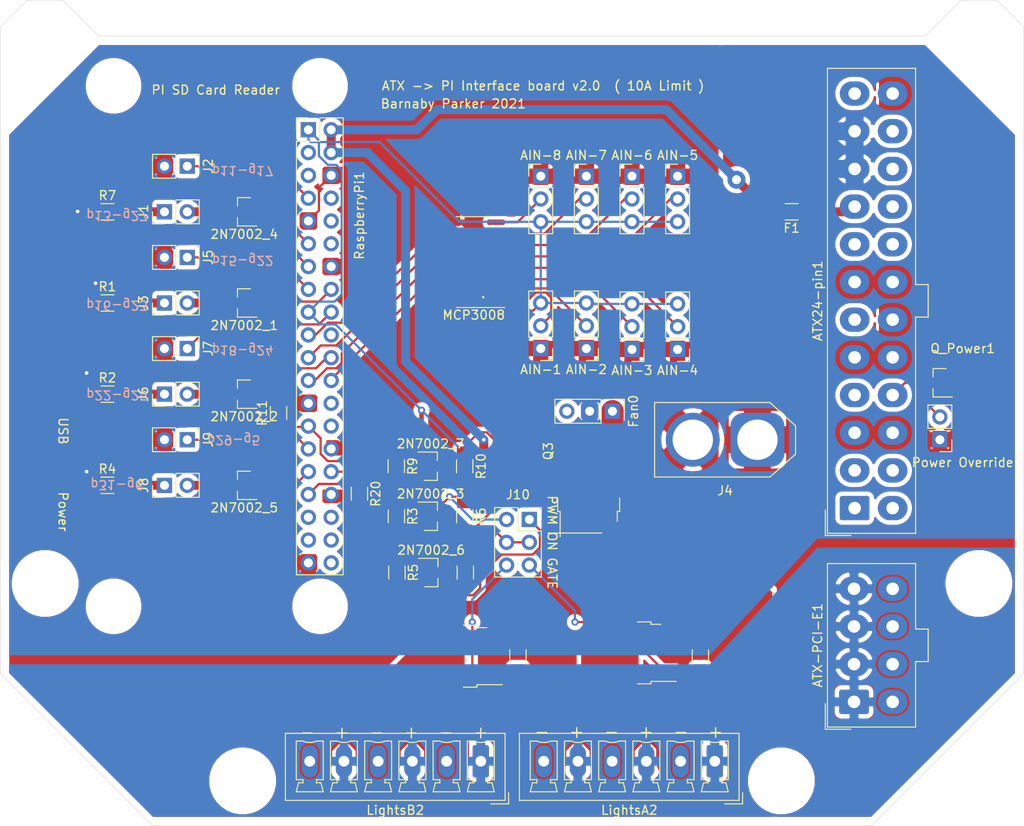
<source format=kicad_pcb>
(kicad_pcb (version 20211014) (generator pcbnew)
  (title_block (title "Raspberry Pi® Zero W - Hat Template") (date "2018-12-28") (rev "1.0.8") (company "StudioPieters®") (comment 1 "https://www.studiopieters.nl"))
  (layers (0 "F.Cu" signal) (31 "B.Cu" signal) (34 "B.Paste" user) (35 "F.Paste" user) (36 "B.SilkS" user "B.Silkscreen") (37 "F.SilkS" user "F.Silkscreen") (38 "B.Mask" user) (39 "F.Mask" user) (44 "Edge.Cuts" user))
  (net 0 "")
  (net 1 "Net-(2N7002_1-Pad3)")
  (net 2 "Net-(2N7002_2-Pad3)")
  (net 3 "Net-(2N7002_3-Pad3)")
  (net 4 "Net-(AIN-1-Pad2)")
  (net 5 "Net-(AIN-2-Pad2)")
  (net 6 "Net-(AIN-3-Pad2)")
  (net 7 "Net-(AIN-4-Pad2)")
  (net 8 "Net-(AIN-5-Pad2)")
  (net 9 "Net-(AIN-6-Pad2)")
  (net 10 "Net-(AIN-7-Pad2)")
  (net 11 "Net-(AIN-8-Pad2)")
  (net 12 "Net-(Fan0-Pad3)")
  (net 13 "Net-(Fan0-Pad1)")
  (net 14 "Net-(2N7002_4-Pad3)")
  (net 15 "Net-(2N7002_5-Pad3)")
  (net 16 "Net-(2N7002_6-Pad3)")
  (net 17 "GND")
  (net 18 "Net-(ATX24-pin1-Pad23)")
  (net 19 "Net-(ATX24-pin1-Pad22)")
  (net 20 "Net-(ATX24-pin1-Pad21)")
  (net 21 "Net-(ATX24-pin1-Pad20)")
  (net 22 "Net-(ATX24-pin1-Pad14)")
  (net 23 "Net-(ATX24-pin1-Pad13)")
  (net 24 "Net-(ATX24-pin1-Pad12)")
  (net 25 "Net-(ATX24-pin1-Pad8)")
  (net 26 "Net-(ATX24-pin1-Pad6)")
  (net 27 "Net-(ATX24-pin1-Pad4)")
  (net 28 "Net-(ATX24-pin1-Pad2)")
  (net 29 "Net-(ATX24-pin1-Pad1)")
  (net 30 "Net-(RaspberryPi1-Pad3)")
  (net 31 "Net-(RaspberryPi1-Pad5)")
  (net 32 "Net-(RaspberryPi1-Pad8)")
  (net 33 "Net-(RaspberryPi1-Pad10)")
  (net 34 "Net-(RaspberryPi1-Pad12)")
  (net 35 "Net-(RaspberryPi1-Pad26)")
  (net 36 "Net-(RaspberryPi1-Pad28)")
  (net 37 "Net-(RaspberryPi1-Pad35)")
  (net 38 "Net-(RaspberryPi1-Pad36)")
  (net 39 "Net-(RaspberryPi1-Pad38)")
  (net 40 "Net-(RaspberryPi1-Pad40)")
  (net 41 "M_GND")
  (net 42 "csi2")
  (net 43 "csi3")
  (net 44 "PWM0")
  (net 45 "3.3v")
  (net 46 "csi1")
  (net 47 "csi4")
  (net 48 "PWM1")
  (net 49 "12v")
  (net 50 "PSUSW")
  (net 51 "5v_SB")
  (net 52 "Net-(J1-Pad1)")
  (net 53 "cs1")
  (net 54 "Net-(J3-Pad1)")
  (net 55 "cs2")
  (net 56 "Net-(J6-Pad1)")
  (net 57 "cs3")
  (net 58 "Net-(J8-Pad1)")
  (net 59 "cs4")
  (net 60 "SCLK0")
  (net 61 "MISO")
  (net 62 "MOSI")
  (net 63 "CEO1")
  (net 64 "PSU_CTL")
  (net 65 "Net-(RaspberryPi1-Pad37)")
  (net 66 "Net-(LightsA2-Pad2)")
  (net 67 "Net-(LightsB2-Pad2)")
  (net 68 "Net-(2N7002_7-Pad3)")
  (net 69 "fan_cont")
  (net 70 "Net-(ATX24-pin1-Pad9)")
  (net 71 "12V+")
  (net 72 "Net-(RaspberryPi1-Pad20)")
  (net 73 "Net-(J10-Pad5)")
  (net 74 "Net-(J10-Pad6)")
  (footprint "RPi_Hat:RPi_Hat_Mounting_Hole" (layer "F.Cu") (at 148 50 180)
    (fp_text reference "" hide)
    (fp_text value "" hide)
  )
  (footprint "RPi_Hat:RPi_Hat_Mounting_Hole" (layer "F.Cu") (at 230 132)
    (fp_text reference "" hide)
    (fp_text value "" hide)
  )
  (footprint "RPi_Hat:RPi_Hat_Mounting_Hole" (layer "F.Cu") (at 155.62 112.54)
    (fp_text reference "" hide)
    (fp_text value "" hide)
  )
  (footprint "Package_TO_SOT_SMD:SOT-23" (layer "F.Cu") (at 170.18 78.74 180)
    (fp_text reference "2N7002_1")
    (fp_text value "2N7002H")
  )
  (footprint "Package_TO_SOT_SMD:SOT-23" (layer "F.Cu") (at 170.18 88.9 180)
    (fp_text reference "2N7002_2")
    (fp_text value "2N7002H")
  )
  (footprint "Package_TO_SOT_SMD:SOT-23" (layer "F.Cu") (at 190.93 102.51)
    (fp_text reference "2N7002_3")
    (fp_text value "2N7002H")
  )
  (footprint "Package_TO_SOT_SMD:SOT-23" (layer "F.Cu") (at 170.18 68.58 180)
    (fp_text reference "2N7002_4")
    (fp_text value "2N7002H")
  )
  (footprint "Package_TO_SOT_SMD:SOT-23" (layer "F.Cu") (at 170.18 99.06 180)
    (fp_text reference "2N7002_5")
    (fp_text value "2N7002H")
  )
  (footprint "Package_TO_SOT_SMD:SOT-23" (layer "F.Cu") (at 190.99 108.78)
    (fp_text reference "2N7002_6")
    (fp_text value "2N7002H")
  )
  (footprint "Connector_PinHeader_2.54mm:PinHeader_1x03_P2.54mm_Vertical" (layer "F.Cu") (at 203.2 83.82 180)
    (fp_text reference "AIN-1")
    (fp_text value "Conn_01x03_Male")
  )
  (footprint "Connector_PinHeader_2.54mm:PinHeader_1x03_P2.54mm_Vertical" (layer "F.Cu") (at 208.28 83.82 180)
    (fp_text reference "AIN-2")
    (fp_text value "Conn_01x03_Male")
  )
  (footprint "Connector_PinHeader_2.54mm:PinHeader_1x03_P2.54mm_Vertical" (layer "F.Cu") (at 213.36 83.92 180)
    (fp_text reference "AIN-3")
    (fp_text value "Conn_01x03_Male")
  )
  (footprint "Connector_PinHeader_2.54mm:PinHeader_1x03_P2.54mm_Vertical" (layer "F.Cu") (at 218.44 83.92 180)
    (fp_text reference "AIN-4")
    (fp_text value "Conn_01x03_Male")
  )
  (footprint "Connector_PinHeader_2.54mm:PinHeader_1x03_P2.54mm_Vertical" (layer "F.Cu") (at 218.44 64.61)
    (fp_text reference "AIN-5")
    (fp_text value "Conn_01x03_Male")
  )
  (footprint "Connector_PinHeader_2.54mm:PinHeader_1x03_P2.54mm_Vertical" (layer "F.Cu") (at 213.36 64.61)
    (fp_text reference "AIN-6")
    (fp_text value "Conn_01x03_Male")
  )
  (footprint "Connector_PinHeader_2.54mm:PinHeader_1x03_P2.54mm_Vertical" (layer "F.Cu") (at 208.28 64.61)
    (fp_text reference "AIN-7")
    (fp_text value "Conn_01x03_Male")
  )
  (footprint "Connector_PinHeader_2.54mm:PinHeader_1x03_P2.54mm_Vertical" (layer "F.Cu") (at 203.2 64.61)
    (fp_text reference "AIN-8")
    (fp_text value "Conn_01x03_Male")
  )
  (footprint "Barney's Footprints:Molex_PCI_E_8Pin" (layer "F.Cu") (at 237.49 123.19 90)
    (fp_text reference "ATX-PCI-E1")
    (fp_text value "ATX PCI-E Power")
  )
  (footprint "Barney's Footprints:ATX_24pin" (layer "F.Cu") (at 237.49 101.6 90)
    (fp_text reference "ATX24-pin1")
    (fp_text value "Conn_02x12_Top_Bottom")
  )
  (footprint "Connector_PinHeader_2.54mm:PinHeader_1x03_P2.54mm_Vertical" (layer "F.Cu") (at 211.19 90.8 -90)
    (fp_text reference "Fan0")
    (fp_text value "Conn_01x03_Male")
  )
  (footprint "Connector_PinHeader_2.54mm:PinHeader_1x02_P2.54mm_Vertical" (layer "F.Cu") (at 161.29 68.58 90)
    (fp_text reference "J1")
    (fp_text value "Conn_01x02_Male")
  )
  (footprint "Connector_PinHeader_2.54mm:PinHeader_1x02_P2.54mm_Vertical" (layer "F.Cu") (at 163.83 63.5 -90)
    (fp_text reference "J2")
    (fp_text value "Conn_01x02_Male")
  )
  (footprint "Connector_PinHeader_2.54mm:PinHeader_1x02_P2.54mm_Vertical" (layer "F.Cu") (at 161.29 78.74 90)
    (fp_text reference "J3")
    (fp_text value "Conn_01x02_Male")
  )
  (footprint "Connector_AMASS:AMASS_XT60-M_1x02_P7.20mm_Vertical" (layer "F.Cu") (at 227.33 93.98 180)
    (fp_text reference "J4")
    (fp_text value "Conn_01x02")
  )
  (footprint "Connector_PinHeader_2.54mm:PinHeader_1x02_P2.54mm_Vertical" (layer "F.Cu") (at 163.83 73.66 -90)
    (fp_text reference "J5")
    (fp_text value "Conn_01x02_Male")
  )
  (footprint "Connector_PinHeader_2.54mm:PinHeader_1x02_P2.54mm_Vertical" (layer "F.Cu") (at 161.29 88.9 90)
    (fp_text reference "J6")
    (fp_text value "Conn_01x02_Male")
  )
  (footprint "Connector_PinHeader_2.54mm:PinHeader_1x02_P2.54mm_Vertical" (layer "F.Cu") (at 163.83 83.82 -90)
    (fp_text reference "J7")
    (fp_text value "Conn_01x02_Male")
  )
  (footprint "Connector_PinHeader_2.54mm:PinHeader_1x02_P2.54mm_Vertical" (layer "F.Cu") (at 161.29 99.06 90)
    (fp_text reference "J8")
    (fp_text value "Conn_01x02_Male")
  )
  (footprint "Connector_PinHeader_2.54mm:PinHeader_1x02_P2.54mm_Vertical" (layer "F.Cu") (at 163.83 93.98 -90)
    (fp_text reference "J9")
    (fp_text value "Conn_01x02_Male")
  )
  (footprint "Package_SO:SOIC-16_3.9x9.9mm_P1.27mm" (layer "F.Cu") (at 195.74 74.184 180)
    (fp_text reference "MCP3008")
    (fp_text value "MCP3008")
  )
  (footprint "Package_TO_SOT_SMD:TO-252-2" (layer "F.Cu") (at 213 117.73 180)
    (fp_text reference "Q1" hide)
    (fp_text value "QM6006D")
  )
  (footprint "Package_TO_SOT_SMD:TO-252-2" (layer "F.Cu") (at 193.62 118.1 180)
    (fp_text reference "Q2" hide)
    (fp_text value "QM6006D")
  )
  (footprint "Package_TO_SOT_SMD:SOT-23" (layer "F.Cu") (at 247.65 87.63 180)
    (fp_text reference "Q_Power1")
    (fp_text value "2N7002H")
  )
  (footprint "Resistor_SMD:R_1206_3216Metric_Pad1.30x1.75mm_HandSolder" (layer "F.Cu") (at 154.94 78.74)
    (fp_text reference "R1")
    (fp_text value "100R")
  )
  (footprint "Resistor_SMD:R_1206_3216Metric_Pad1.30x1.75mm_HandSolder" (layer "F.Cu") (at 154.94 88.9)
    (fp_text reference "R2")
    (fp_text value "100R")
  )
  (footprint "Resistor_SMD:R_1206_3216Metric_Pad1.30x1.75mm_HandSolder" (layer "F.Cu") (at 187.12 102.51 -90)
    (fp_text reference "R3")
    (fp_text value "10K")
  )
  (footprint "Resistor_SMD:R_1206_3216Metric_Pad1.30x1.75mm_HandSolder" (layer "F.Cu") (at 154.94 99.06)
    (fp_text reference "R4")
    (fp_text value "100R")
  )
  (footprint "Resistor_SMD:R_1206_3216Metric_Pad1.30x1.75mm_HandSolder" (layer "F.Cu") (at 187.18 108.78 -90)
    (fp_text reference "R5")
    (fp_text value "10K")
  )
  (footprint "Resistor_SMD:R_1206_3216Metric_Pad1.30x1.75mm_HandSolder" (layer "F.Cu") (at 194.74 102.51 -90)
    (fp_text reference "R6")
    (fp_text value "10K")
  )
  (footprint "Resistor_SMD:R_1206_3216Metric_Pad1.30x1.75mm_HandSolder" (layer "F.Cu") (at 154.94 68.58)
    (fp_text reference "R7")
    (fp_text value "100R")
  )
  (footprint "Resistor_SMD:R_1206_3216Metric_Pad1.30x1.75mm_HandSolder" (layer "F.Cu") (at 194.8 108.78 -90)
    (fp_text reference "R8" hide)
    (fp_text value "10K")
  )
  (footprint "Connector_Phoenix_MC:PhoenixContact_MCV_1,5_6-G-3.81_1x06_P3.81mm_Vertical" (layer "F.Cu") (at 222.58 129.81 180)
    (fp_text reference "LightsA2")
    (fp_text value "Screw_Terminal_01x06")
  )
  (footprint "Connector_Phoenix_MC:PhoenixContact_MCV_1,5_6-G-3.81_1x06_P3.81mm_Vertical" (layer "F.Cu") (at 196.52 129.81 180)
    (fp_text reference "LightsB2")
    (fp_text value "Screw_Terminal_01x06")
  )
  (footprint "Package_TO_SOT_SMD:SOT-23" (layer "F.Cu") (at 190.92 96.93)
    (fp_text reference "2N7002_7")
    (fp_text value "2N7002H")
  )
  (footprint "Package_TO_SOT_SMD:TO-252-2" (layer "F.Cu") (at 208.54 99.5 90)
    (fp_text reference "Q3")
    (fp_text value "QM6006D")
  )
  (footprint "Resistor_SMD:R_1206_3216Metric_Pad1.30x1.75mm_HandSolder" (layer "F.Cu") (at 187.11 96.93 -90)
    (fp_text reference "R9")
    (fp_text value "10K")
  )
  (footprint "Resistor_SMD:R_1206_3216Metric_Pad1.30x1.75mm_HandSolder" (layer "F.Cu") (at 194.73 96.93 -90)
    (fp_text reference "R10")
    (fp_text value "10K")
  )
  (footprint "Resistor_SMD:R_1206_3216Metric_Pad1.30x1.75mm_HandSolder" (layer "F.Cu") (at 231.14 68.58 180)
    (fp_text reference "F1")
    (fp_text value "Polyfuse")
  )
  (footprint "RPi_Hat:RPi_Hat_Mounting_Hole" (layer "F.Cu") (at 178.62 112.54 -90)
    (fp_text reference "" hide)
    (fp_text value "" hide)
  )
  (footprint "Connector_PinHeader_2.54mm:PinHeader_2x20_P2.54mm_Vertical" (layer "F.Cu") (at 177.32 59.44)
    (fp_text reference "RaspberryPi1")
    (fp_text value "Raspberry_Pi_2_3")
  )
  (footprint "RPi_Hat:RPi_Hat_Mounting_Hole" (layer "F.Cu") (at 155.62 54.54 -90)
    (fp_text reference "" hide)
    (fp_text value "" hide)
  )
  (footprint "RPi_Hat:RPi_Hat_Mounting_Hole" (layer "F.Cu") (at 178.62 54.54 -90)
    (fp_text reference "" hide)
    (fp_text value "" hide)
  )
  (footprint "RPi_Hat:RPi_Hat_Mounting_Hole" (layer "F.Cu") (at 148 110 -90)
    (fp_text reference "" hide)
    (fp_text value "" hide)
  )
  (footprint "Resistor_SMD:R_1206_3216Metric_Pad1.30x1.75mm_HandSolder" (layer "F.Cu") (at 174 91 90)
    (fp_text reference "R11")
    (fp_text value "10K")
  )
  (footprint "Resistor_SMD:R_1206_3216Metric_Pad1.30x1.75mm_HandSolder" (layer "F.Cu") (at 183 100 -90)
    (fp_text reference "R20")
    (fp_text value "10K")
  )
  (footprint "Resistor_SMD:R_1206_3216Metric_Pad1.30x1.75mm_HandSolder" (layer "F.Cu") (at 220.98 118.11 -90)
    (fp_text reference "R12" hide)
    (fp_text value "1M")
  )
  (footprint "Resistor_SMD:R_1206_3216Metric_Pad1.30x1.75mm_HandSolder" (layer "F.Cu") (at 200.66 118.11 -90)
    (fp_text reference "R13" hide)
    (fp_text value "1M")
  )
  (footprint "Connector_PinSocket_2.54mm:PinSocket_2x03_P2.54mm_Vertical" (layer "F.Cu") (at 201.93 102.87)
    (fp_text reference "J10")
    (fp_text value "Conn_01x06")
  )
  (footprint "Connector_PinHeader_2.54mm:PinHeader_1x02_P2.54mm_Vertical" (layer "F.Cu") (at 247.65 93.98 180)
    (fp_text reference "Power Override")
    (fp_text value "Conn_01x02_Male")
  )
  (footprint "RPi_Hat:RPi_Hat_Mounting_Hole" (layer "F.Cu") (at 170 132)
    (fp_text reference "" hide)
    (fp_text value "" hide)
  )
  (footprint "RPi_Hat:RPi_Hat_Mounting_Hole" (layer "F.Cu") (at 252 110)
    (fp_text reference "" hide)
    (fp_text value "" hide)
  )
  (footprint "RPi_Hat:RPi_Hat_Mounting_Hole" (layer "F.Cu") (at 252 50)
    (fp_text reference "" hide)
    (fp_text value "" hide)
  )
  (gr_line (start 210 104.38) (end 204 104.38) (layer "F.SilkS") (width 0.12))
  (gr_line (start 240 137) (end 257 120) (layer "Edge.Cuts") (width 0.05))
  (gr_line (start 257 48) (end 254 45) (layer "Edge.Cuts") (width 0.05))
  (gr_line (start 143 120) (end 160 137) (layer "Edge.Cuts") (width 0.05))
  (gr_line (start 143 48) (end 143 120) (layer "Edge.Cuts") (width 0.05))
  (gr_line (start 254 45) (end 250 45) (layer "Edge.Cuts") (width 0.05))
  (gr_line (start 146 45) (end 143 48) (layer "Edge.Cuts") (width 0.05))
  (gr_line (start 160 137) (end 240 137) (layer "Edge.Cuts") (width 0.05))
  (gr_line (start 257 120) (end 257 48) (layer "Edge.Cuts") (width 0.05))
  (gr_line (start 150 45) (end 146 45) (layer "Edge.Cuts") (width 0.05))
  (gr_line (start 154 49) (end 150 45) (layer "Edge.Cuts") (width 0.05))
  (gr_line (start 246 49) (end 154 49) (layer "Edge.Cuts") (width 0.05))
  (gr_line (start 250 45) (end 250 45) (layer "Edge.Cuts") (width 0.05))
  (gr_line (start 250 45) (end 246 49) (layer "Edge.Cuts") (width 0.05))
  (gr_text "p16-g23" (at 156 79 180) (layer "B.SilkS") (effects (font (size 1 1)) (justify mirror)))
  (gr_text "p15-g22" (at 170 74 180) (layer "B.SilkS") (effects (font (size 1 1)) (justify mirror)))
  (gr_text "p29-g5" (at 169 94 180) (layer "B.SilkS") (effects (font (size 1 1)) (justify mirror)))
  (gr_text "p18-g24" (at 170 84 180) (layer "B.SilkS") (effects (font (size 1 1)) (justify mirror)))
  (gr_text "p13-g27" (at 156 69 180) (layer "B.SilkS") (effects (font (size 1 1)) (justify mirror)))
  (gr_text "p11-g17" (at 170 64 180) (layer "B.SilkS") (effects (font (size 1 1)) (justify mirror)))
  (gr_text "p31-g6" (at 156 99 180) (layer "B.SilkS") (effects (font (size 1 1)) (justify mirror)))
  (gr_text "p22-g25" (at 156 89 180) (layer "B.SilkS") (effects (font (size 1 1)) (justify mirror)))
  (gr_text "-  +  -  +  -  +  " (at 214.07628 126.50216) (layer "F.SilkS") (effects (font (size 1.4 1.4))))
  (gr_text "Power" (at 150 102 270) (layer "F.SilkS") (effects (font (size 1 1))))
  (gr_text "-  +  -  +  -  +  " (at 187.92444 126.55296) (layer "F.SilkS") (effects (font (size 1.4 1.4))))
  (gr_text "ATX -> PI Interface board v2.0  ( 10A Limit )" (at 203.46 54.54) (layer "F.SilkS") (effects (font (size 1 1))))
  (gr_text "." (at 196.79412 77.68844) (layer "F.SilkS") (effects (font (size 1 1))))
  (gr_text "Barnaby Parker 2021" (at 193.46 56.54) (layer "F.SilkS") (effects (font (size 1 1))))
  (gr_text "PWM ON GATE" (at 204.47 105.41 270) (layer "F.SilkS") (effects (font (size 1 1))))
  (gr_text "PI SD Card Reader" (at 167 55) (layer "F.SilkS") (effects (font (size 1 1))))
  (gr_text "USB" (at 150 93 270) (layer "F.SilkS") (effects (font (size 1 1))))
  (segment (start 163.83 78.74) (end 169.18 78.74) (width 1) (layer "F.Cu") (net 1))
  (segment (start 163.83 88.9) (end 169.18 88.9) (width 1) (layer "F.Cu") (net 2))
  (segment (start 193.04 100.329982) (end 194.109982 100.329982) (width 0.25) (layer "F.Cu") (net 3))
  (segment (start 194.109982 100.329982) (end 194.74 100.96) (width 0.25) (layer "F.Cu") (net 3))
  (segment (start 191.93 102.51) (end 191.93 101.439982) (width 0.25) (layer "F.Cu") (net 3))
  (segment (start 191.93 101.439982) (end 193.04 100.329982) (width 0.25) (layer "F.Cu") (net 3))
  (via (at 193.04 100.329982) (size 0.8) (drill 0.4) (layers "F.Cu" "B.Cu") (net 3))
  (segment (start 199.39 102.87) (end 195.580018 102.87) (width 0.25) (layer "B.Cu") (net 3))
  (segment (start 195.580018 102.87) (end 193.04 100.329982) (width 0.25) (layer "B.Cu") (net 3))
  (segment (start 203.764001 77.564999) (end 204.375001 78.175999) (width 0.25) (layer "F.Cu") (net 4))
  (segment (start 198.215 78.629) (end 201.571998 78.629) (width 0.25) (layer "F.Cu") (net 4))
  (segment (start 204.375001 78.175999) (end 204.375001 80.104999) (width 0.25) (layer "F.Cu") (net 4))
  (segment (start 204.375001 80.104999) (end 203.2 81.28) (width 0.25) (layer "F.Cu") (net 4))
  (segment (start 201.571998 78.629) (end 202.635999 77.564999) (width 0.25) (layer "F.Cu") (net 4))
  (segment (start 202.635999 77.564999) (end 203.764001 77.564999) (width 0.25) (layer "F.Cu") (net 4))
  (segment (start 198.215 77.359) (end 202.041 77.359) (width 0.25) (layer "F.Cu") (net 5))
  (segment (start 202.285011 77.114989) (end 204.114989 77.114989) (width 0.25) (layer "F.Cu") (net 5))
  (segment (start 204.114989 77.114989) (end 208.28 81.28) (width 0.25) (layer "F.Cu") (net 5))
  (segment (start 202.041 77.359) (end 202.285011 77.114989) (width 0.25) (layer "F.Cu") (net 5))
  (segment (start 198.215 76.089) (end 208.069 76.089) (width 0.25) (layer "F.Cu") (net 6))
  (segment (start 208.069 76.089) (end 213.36 81.38) (width 0.25) (layer "F.Cu") (net 6))
  (segment (start 198.215 74.819) (end 211.879 74.819) (width 0.25) (layer "F.Cu") (net 7))
  (segment (start 211.879 74.819) (end 218.44 81.38) (width 0.25) (layer "F.Cu") (net 7))
  (segment (start 217.639002 67.15) (end 218.44 67.15) (width 0.25) (layer "F.Cu") (net 8))
  (segment (start 198.215 73.549) (end 211.240002 73.549) (width 0.25) (layer "F.Cu") (net 8))
  (segment (start 211.240002 73.549) (end 217.639002 67.15) (width 0.25) (layer "F.Cu") (net 8))
  (segment (start 198.215 72.279) (end 207.430002 72.279) (width 0.25) (layer "F.Cu") (net 9))
  (segment (start 212.559002 67.15) (end 213.36 67.15) (width 0.25) (layer "F.Cu") (net 9))
  (segment (start 207.430002 72.279) (end 212.559002 67.15) (width 0.25) (layer "F.Cu") (net 9))
  (segment (start 203.620002 71.009) (end 207.479002 67.15) (width 0.25) (layer "F.Cu") (net 10))
  (segment (start 207.479002 67.15) (end 208.28 67.15) (width 0.25) (layer "F.Cu") (net 10))
  (segment (start 198.215 71.009) (end 203.620002 71.009) (width 0.25) (layer "F.Cu") (net 10))
  (segment (start 200.611 69.739) (end 203.2 67.15) (width 0.25) (layer "F.Cu") (net 11))
  (segment (start 198.215 69.739) (end 200.611 69.739) (width 0.25) (layer "F.Cu") (net 11))
  (segment (start 211.19 90.8) (end 211.19 94.75) (width 2.5) (layer "F.Cu") (net 13))
  (segment (start 211.19 94.75) (end 208.54 97.4) (width 2.5) (layer "F.Cu") (net 13))
  (segment (start 163.83 68.58) (end 169.18 68.58) (width 1) (layer "F.Cu") (net 14))
  (segment (start 163.83 99.06) (end 169.18 99.06) (width 1) (layer "F.Cu") (net 15))
  (segment (start 201.93 102.87) (end 203.105001 104.045001) (width 0.25) (layer "F.Cu") (net 16))
  (segment (start 203.105001 105.974001) (end 202.304003 106.774999) (width 0.25) (layer "F.Cu") (net 16))
  (segment (start 191.99 109.43) (end 191.99 108.78) (width 0.25) (layer "F.Cu") (net 16))
  (segment (start 203.105001 104.045001) (end 203.105001 105.974001) (width 0.25) (layer "F.Cu") (net 16))
  (segment (start 202.304003 106.774999) (end 198.825999 106.774999) (width 0.25) (layer "F.Cu") (net 16))
  (segment (start 193.25 108.78) (end 194.8 107.23) (width 0.25) (layer "F.Cu") (net 16))
  (segment (start 196.45002 109.150978) (end 196.45002 110.51817) (width 0.25) (layer "F.Cu") (net 16))
  (segment (start 198.825999 106.774999) (end 196.45002 109.150978) (width 0.25) (layer "F.Cu") (net 16))
  (segment (start 196.45002 110.51817) (end 195.66318 111.30501) (width 0.25) (layer "F.Cu") (net 16))
  (segment (start 195.66318 111.30501) (end 193.86501 111.30501) (width 0.25) (layer "F.Cu") (net 16))
  (segment (start 193.86501 111.30501) (end 191.99 109.43) (width 0.25) (layer "F.Cu") (net 16))
  (segment (start 191.99 108.78) (end 193.25 108.78) (width 0.25) (layer "F.Cu") (net 16))
  (segment (start 248.65 86.68) (end 244.27 86.68) (width 0.25) (layer "F.Cu") (net 17))
  (segment (start 237.55 85.41) (end 238.16 84.8) (width 0.5) (layer "F.Cu") (net 17))
  (segment (start 244.27 86.68) (end 242.39 84.8) (width 0.25) (layer "F.Cu") (net 17))
  (segment (start 193.265 69.739) (end 193.261 69.739) (width 0.25) (layer "F.Cu") (net 41))
  (segment (start 194.24 69.739) (end 193.265 69.739) (width 0.25) (layer "F.Cu") (net 41))
  (segment (start 195.01502 70.51402) (end 194.24 69.739) (width 0.25) (layer "F.Cu") (net 41))
  (segment (start 178.495001 68.424999) (end 178.495001 65.884999) (width 0.25) (layer "F.Cu") (net 41))
  (segment (start 194.278178 76.089) (end 195.01502 75.352158) (width 0.25) (layer "F.Cu") (net 41))
  (segment (start 193.265 76.089) (end 194.278178 76.089) (width 0.25) (layer "F.Cu") (net 41))
  (segment (start 177.32 69.6) (end 178.495001 68.424999) (width 0.25) (layer "F.Cu") (net 41))
  (segment (start 195.01502 75.352158) (end 195.01502 70.51402) (width 0.25) (layer "F.Cu") (net 41))
  (segment (start 178.495001 65.884999) (end 179.86 64.52) (width 0.25) (layer "F.Cu") (net 41))
  (segment (start 178.495001 78.584999) (end 179.86 77.22) (width 0.25) (layer "F.Cu") (net 42))
  (segment (start 172.285001 78.584999) (end 178.495001 78.584999) (width 0.25) (layer "F.Cu") (net 42))
  (segment (start 171.18 79.69) (end 172.285001 78.584999) (width 0.25) (layer "F.Cu") (net 42))
  (segment (start 175.014999 86.015001) (end 178.165319 86.015001) (width 0.25) (layer "F.Cu") (net 43))
  (segment (start 179.34032 84.84) (end 179.86 84.84) (width 0.25) (layer "F.Cu") (net 43))
  (segment (start 171.18 89.85) (end 175.014999 86.015001) (width 0.25) (layer "F.Cu") (net 43))
  (segment (start 178.165319 86.015001) (end 179.34032 84.84) (width 0.25) (layer "F.Cu") (net 43))
  (segment (start 183 98.45) (end 183 98.67819) (width 0.25) (layer "F.Cu") (net 44))
  (segment (start 187.12 102.79819) (end 187.12 104.06) (width 0.25) (layer "F.Cu") (net 44))
  (segment (start 179.86 97.54) (end 182.09 97.54) (width 0.25) (layer "F.Cu") (net 44))
  (segment (start 187.12 104.06) (end 189.33 104.06) (width 0.25) (layer "F.Cu") (net 44))
  (segment (start 189.33 104.06) (end 189.93 103.46) (width 0.25) (layer "F.Cu") (net 44))
  (segment (start 183 98.67819) (end 187.12 102.79819) (width 0.25) (layer "F.Cu") (net 44))
  (segment (start 182.09 97.54) (end 183 98.45) (width 0.25) (layer "F.Cu") (net 44))
  (segment (start 194.225999 79.589999) (end 193.265 78.629) (width 0.25) (layer "F.Cu") (net 45))
  (segment (start 187.78 107.83) (end 187.18 107.23) (width 0.25) (layer "F.Cu") (net 45))
  (segment (start 190.705001 107.114999) (end 190.705001 102.335001) (width 0.25) (layer "F.Cu") (net 45))
  (segment (start 187.72 101.56) (end 187.12 100.96) (width 0.25) (layer "F.Cu") (net 45))
  (segment (start 203.2 78.74) (end 202.350001 79.589999) (width 0.25) (layer "F.Cu") (net 45))
  (segment (start 189.99 107.83) (end 190.705001 107.114999) (width 0.25) (layer "F.Cu") (net 45))
  (segment (start 190.705001 102.335001) (end 189.93 101.56) (width 0.25) (layer "F.Cu") (net 45))
  (segment (start 189.99 107.83) (end 187.78 107.83) (width 0.25) (layer "F.Cu") (net 45))
  (segment (start 189.92 95.98) (end 189.92 90.69412) (width 0.5) (layer "F.Cu") (net 45))
  (segment (start 193.265 77.359) (end 193.265 78.629) (width 0.25) (layer "F.Cu") (net 45))
  (segment (start 202.350001 79.589999) (end 194.225999 79.589999) (width 0.25) (layer "F.Cu") (net 45))
  (segment (start 189.93 101.56) (end 190.695001 100.794999) (width 0.25) (layer "F.Cu") (net 45))
  (segment (start 190.695001 100.794999) (end 190.695001 96.755001) (width 0.25) (layer "F.Cu") (net 45))
  (segment (start 190.695001 96.755001) (end 189.92 95.98) (width 0.25) (layer "F.Cu") (net 45))
  (segment (start 187.71 95.98) (end 187.11 95.38) (width 0.25) (layer "F.Cu") (net 45))
  (segment (start 189.92 95.98) (end 187.71 95.98) (width 0.25) (layer "F.Cu") (net 45))
  (segment (start 189.93 101.56) (end 187.72 101.56) (width 0.25) (layer "F.Cu") (net 45))
  (via (at 189.92 90.69412) (size 0.8) (drill 0.4) (layers "F.Cu" "B.Cu") (net 45))
  (segment (start 208.28 69.69) (end 213.36 69.69) (width 0.25) (layer "B.Cu") (net 45))
  (segment (start 181.035001 63.955999) (end 180.424001 63.344999) (width 0.25) (layer "B.Cu") (net 45))
  (segment (start 177.32 59.44) (end 177.32 60.54) (width 0.25) (layer "B.Cu") (net 45))
  (segment (start 179.485997 63.344999) (end 178.495001 62.354003) (width 0.25) (layer "B.Cu") (net 45))
  (segment (start 178.495001 62.354003) (end 178.495001 60.615001) (width 0.25) (layer "B.Cu") (net 45))
  (segment (start 194.15 69.69) (end 203.2 69.69) (width 0.25) (layer "B.Cu") (net 45))
  (segment (start 213.36 69.69) (end 218.44 69.69) (width 0.25) (layer "B.Cu") (net 45))
  (segment (start 218.44 78.84) (end 213.36 78.84) (width 0.25) (layer "B.Cu") (net 45))
  (segment (start 180.234003 78.584999) (end 181.035001 77.784001) (width 0.25) (layer "B.Cu") (net 45))
  (segment (start 177.584999 60.804999) (end 185.264999 60.804999) (width 0.25) (layer "B.Cu") (net 45))
  (segment (start 180.350879 81.124999) (end 189.92 90.69412) (width 0.25) (layer "B.Cu") (net 45))
  (segment (start 185.264999 60.804999) (end 194.15 69.69) (width 0.25) (layer "B.Cu") (net 45))
  (segment (start 177.32 79.76) (end 178.684999 81.124999) (width 0.25) (layer "B.Cu") (net 45))
  (segment (start 203.2 78.74) (end 208.28 78.74) (width 0.25) (layer "B.Cu") (net 45))
  (segment (start 203.2 69.69) (end 203.2 78.74) (width 0.25) (layer "B.Cu") (net 45))
  (segment (start 180.424001 63.344999) (end 179.485997 63.344999) (width 0.25) (layer "B.Cu") (net 45))
  (segment (start 178.684999 81.124999) (end 180.350879 81.124999) (width 0.25) (layer "B.Cu") (net 45))
  (segment (start 177.32 60.54) (end 177.584999 60.804999) (width 0.25) (layer "B.Cu") (net 45))
  (segment (start 178.495001 60.615001) (end 177.32 59.44) (width 0.25) (layer "B.Cu") (net 45))
  (segment (start 181.035001 77.784001) (end 181.035001 63.955999) (width 0.25) (layer "B.Cu") (net 45))
  (segment (start 177.32 79.76) (end 178.495001 78.584999) (width 0.25) (layer "B.Cu") (net 45))
  (segment (start 178.495001 78.584999) (end 180.234003 78.584999) (width 0.25) (layer "B.Cu") (net 45))
  (segment (start 208.38 78.84) (end 208.28 78.74) (width 0.25) (layer "B.Cu") (net 45))
  (segment (start 194.03089 94.80501) (end 189.92 90.69412) (width 0.25) (layer "B.Cu") (net 45))
  (segment (start 203.2 69.69) (end 208.28 69.69) (width 0.25) (layer "B.Cu") (net 45))
  (segment (start 213.36 78.84) (end 208.38 78.84) (width 0.25) (layer "B.Cu") (net 45))
  (segment (start 172.17 69.53) (end 177.32 74.68) (width 0.25) (layer "F.Cu") (net 46))
  (segment (start 171.18 69.53) (end 172.17 69.53) (width 0.25) (layer "F.Cu") (net 46))
  (segment (start 174.85 100.01) (end 177.32 97.54) (width 0.25) (layer "F.Cu") (net 47))
  (segment (start 171.18 100.01) (end 174.85 100.01) (width 0.25) (layer "F.Cu") (net 47))
  (segment (start 185.91999 102.6318) (end 185.91999 109.06999) (width 0.25) (layer "F.Cu") (net 48))
  (segment (start 181.616809 98.904999) (end 182.71181 100) (width 0.25) (layer "F.Cu") (net 48))
  (segment (start 182.71181 100) (end 183.28819 100) (width 0.25) (layer "F.Cu") (net 48))
  (segment (start 178.495001 98.904999) (end 181.616809 98.904999) (width 0.25) (layer "F.Cu") (net 48))
  (segment (start 189.39 110.33) (end 189.99 109.73) (width 0.25) (layer "F.Cu") (net 48))
  (segment (start 177.32 100.08) (end 178.495001 98.904999) (width 0.25) (layer "F.Cu") (net 48))
  (segment (start 185.91999 109.06999) (end 187.18 110.33) (width 0.25) (layer "F.Cu") (net 48))
  (segment (start 187.18 110.33) (end 189.39 110.33) (width 0.25) (layer "F.Cu") (net 48))
  (segment (start 183.28819 100) (end 185.91999 102.6318) (width 0.25) (layer "F.Cu") (net 48))
  (segment (start 153.39 88.9) (end 153.39 88.31) (width 1) (layer "F.Cu") (net 49))
  (segment (start 152.62 87.54) (end 152.62 86.54) (width 1) (layer "F.Cu") (net 49))
  (segment (start 153.39 98.31) (end 152.62 97.54) (width 1) (layer "F.Cu") (net 49))
  (segment (start 153.39 99.06) (end 153.39 98.31) (width 1) (layer "F.Cu") (net 49))
  (segment (start 153.39 68.58) (end 151.66 68.58) (width 1) (layer "F.Cu") (net 49))
  (segment (start 153.39 76.77) (end 153.62 76.54) (width 1) (layer "F.Cu") (net 49))
  (segment (start 153.39 88.31) (end 152.62 87.54) (width 1) (layer "F.Cu") (net 49))
  (segment (start 151.66 68.58) (end 151.62 68.54) (width 1) (layer "F.Cu") (net 49))
  (segment (start 153.39 78.74) (end 153.39 76.77) (width 1) (layer "F.Cu") (net 49))
  (via (at 153.62 76.54) (size 0.8) (drill 0.4) (layers "F.Cu" "B.Cu") (net 49))
  (via (at 152.62 86.54) (size 0.8) (drill 0.4) (layers "F.Cu" "B.Cu") (net 49))
  (via (at 151.62 68.54) (size 0.8) (drill 0.4) (layers "F.Cu" "B.Cu") (net 49))
  (via (at 152.62 97.54) (size 0.8) (drill 0.4) (layers "F.Cu" "B.Cu") (net 49))
  (segment (start 246.65 87.63) (end 243.76 87.63) (width 0.25) (layer "F.Cu") (net 50))
  (segment (start 246.65 90.44) (end 247.65 91.44) (width 0.25) (layer "F.Cu") (net 50))
  (segment (start 246.65 87.63) (end 246.65 90.44) (width 0.25) (layer "F.Cu") (net 50))
  (segment (start 243.76 87.63) (end 242.39 89) (width 0.25) (layer "F.Cu") (net 50))
  (segment (start 194.8 110.33) (end 196.00001 109.12999) (width 0.25) (layer "F.Cu") (net 51))
  (segment (start 197.575002 99.981998) (end 197.575003 102.099997) (width 0.25) (layer "F.Cu") (net 51))
  (segment (start 194.73 98.48) (end 196.849956 96.360044) (width 1) (layer "F.Cu") (net 51))
  (segment (start 199.39 105.41) (end 201.93 105.41) (width 0.25) (layer "F.Cu") (net 51))
  (segment (start 196.073004 98.48) (end 197.575002 99.981998) (width 0.25) (layer "F.Cu") (net 51))
  (segment (start 195.615 104.06) (end 194.74 104.06) (width 0.25) (layer "F.Cu") (net 51))
  (segment (start 194.73 98.48) (end 194.73 98.43) (width 1) (layer "F.Cu") (net 51))
  (segment (start 196.00001 105.32001) (end 194.74 104.06) (width 0.25) (layer "F.Cu") (net 51))
  (segment (start 197.575003 102.099997) (end 195.615 104.06) (width 0.25) (layer "F.Cu") (net 51))
  (segment (start 228.580038 68.58) (end 225 64.999962) (width 1) (layer "F.Cu") (net 51))
  (segment (start 196.00001 109.12999) (end 196.00001 105.32001) (width 0.25) (layer "F.Cu") (net 51))
  (segment (start 229.59 68.58) (end 228.580038 68.58) (width 1) (layer "F.Cu") (net 51))
  (segment (start 179.86 59.44) (end 179.86 61.98) (width 1) (layer "F.Cu") (net 51))
  (segment (start 196.849956 96.360044) (end 196.849956 93.98) (width 1) (layer "F.Cu") (net 51))
  (segment (start 194.74 104.06) (end 198.04 104.06) (width 0.25) (layer "F.Cu") (net 51))
  (segment (start 198.04 104.06) (end 199.39 105.41) (width 0.25) (layer "F.Cu") (net 51))
  (segment (start 194.73 98.48) (end 196.073004 98.48) (width 0.25) (layer "F.Cu") (net 51))
  (via (at 196.849956 93.98) (size 0.8) (drill 0.4) (layers "F.Cu" "B.Cu") (net 51))
  (via (at 225 64.999962) (size 2) (drill 1) (layers "F.Cu" "B.Cu") (net 51))
  (segment (start 183.9 61.98) (end 188.14288 66.22288) (width 1) (layer "B.Cu") (net 51))
  (segment (start 179.86 61.98) (end 183.9 61.98) (width 1) (layer "B.Cu") (net 51))
  (segment (start 189.36824 59.44) (end 191.6176 57.19064) (width 1) (layer "B.Cu") (net 51))
  (segment (start 191.6176 57.19064) (end 217.190678 57.19064) (width 1) (layer "B.Cu") (net 51))
  (segment (start 179.86 59.44) (end 189.36824 59.44) (width 1) (layer "B.Cu") (net 51))
  (segment (start 188.14288 66.22288) (end 188.14288 85.272924) (width 1) (layer "B.Cu") (net 51))
  (segment (start 217.190678 57.19064) (end 225 64.999962) (width 1) (layer "B.Cu") (net 51))
  (segment (start 188.14288 85.272924) (end 196.849956 93.98) (width 1) (layer "B.Cu") (net 51))
  (segment (start 156.49 68.58) (end 161.29 68.58) (width 1) (layer "F.Cu") (net 52))
  (segment (start 165.535002 63.5) (end 163.83 63.5) (width 0.25) (layer "F.Cu") (net 53))
  (segment (start 170.575002 68.54) (end 165.535002 63.5) (width 0.25) (layer "F.Cu") (net 53))
  (segment (start 173.72 68.54) (end 170.575002 68.54) (width 0.25) (layer "F.Cu") (net 53))
  (segment (start 177.32 72.14) (end 173.72 68.54) (width 0.25) (layer "F.Cu") (net 53))
  (segment (start 156.49 78.74) (end 161.29 78.74) (width 1) (layer "F.Cu") (net 54))
  (segment (start 177.32 77.22) (end 173.76 73.66) (width 0.25) (layer "F.Cu") (net 55))
  (segment (start 173.76 73.66) (end 163.83 73.66) (width 0.25) (layer "F.Cu") (net 55))
  (segment (start 156.49 88.9) (end 161.29 88.9) (width 1) (layer "F.Cu") (net 56))
  (segment (start 166.525001 81.124999) (end 178.495001 81.124999) (width 0.25) (layer "F.Cu") (net 57))
  (segment (start 178.495001 81.124999) (end 179.86 79.76) (width 0.25) (layer "F.Cu") (net 57))
  (segment (start 163.83 83.82) (end 166.525001 81.124999) (width 0.25) (layer "F.Cu") (net 57))
  (segment (start 156.49 99.06) (end 161.29 99.06) (width 1) (layer "F.Cu") (net 58))
  (segment (start 163.83 93.98) (end 176.3 93.98) (width 0.25) (layer "F.Cu") (net 59))
  (segment (start 176.3 93.98) (end 177.32 95) (width 0.25) (layer "F.Cu") (net 59))
  (segment (start 177.32 87.38) (end 178.0246 87.38) (width 0.25) (layer "F.Cu") (net 60))
  (segment (start 181.035001 85.404001) (end 181.035001 84.369599) (width 0.25) (layer "F.Cu") (net 60))
  (segment (start 179.389599 86.015001) (end 180.424001 86.015001) (width 0.25) (layer "F.Cu") (net 60))
  (segment (start 190.5856 74.819) (end 193.265 74.819) (width 0.25) (layer "F.Cu") (net 60))
  (segment (start 180.424001 86.015001) (end 181.035001 85.404001) (width 0.25) (layer "F.Cu") (net 60))
  (segment (start 181.035001 84.369599) (end 190.5856 74.819) (width 0.25) (layer "F.Cu") (net 60))
  (segment (start 178.0246 87.38) (end 179.389599 86.015001) (width 0.25) (layer "F.Cu") (net 60))
  (segment (start 178.684999 83.475001) (end 180.424001 83.475001) (width 0.25) (layer "F.Cu") (net 61))
  (segment (start 177.32 84.84) (end 178.684999 83.475001) (width 0.25) (layer "F.Cu") (net 61))
  (segment (start 180.424001 83.475001) (end 190.350002 73.549) (width 0.25) (layer "F.Cu") (net 61))
  (segment (start 190.350002 73.549) (end 193.265 73.549) (width 0.25) (layer "F.Cu") (net 61))
  (segment (start 177.32 82.3) (end 178.120998 82.3) (width 0.25) (layer "F.Cu") (net 62))
  (segment (start 190.29604 72.279) (end 193.265 72.279) (width 0.25) (layer "F.Cu") (net 62))
  (segment (start 178.120998 82.3) (end 179.485997 80.935001) (width 0.25) (layer "F.Cu") (net 62))
  (segment (start 181.640039 80.935001) (end 190.29604 72.279) (width 0.25) (layer "F.Cu") (net 62))
  (segment (start 179.485997 80.935001) (end 181.640039 80.935001) (width 0.25) (layer "F.Cu") (net 62))
  (segment (start 194.56501 75.165758) (end 194.286758 75.44401) (width 0.25) (layer "F.Cu") (net 63))
  (segment (start 194.56501 71.33401) (end 194.56501 75.165758) (width 0.25) (layer "F.Cu") (net 63))
  (segment (start 193.265 71.009) (end 194.24 71.009) (width 0.25) (layer "F.Cu") (net 63))
  (segment (start 194.24 71.009) (end 194.56501 71.33401) (width 0.25) (layer "F.Cu") (net 63))
  (segment (start 194.286758 75.44401) (end 191.65223 75.44401) (width 0.25) (layer "F.Cu") (net 63))
  (segment (start 191.65223 75.44401) (end 179.86 87.23624) (width 0.25) (layer "F.Cu") (net 63))
  (segment (start 179.86 87.23624) (end 179.86 87.38) (width 0.25) (layer "F.Cu") (net 63))
  (segment (start 249.425001 87.804999) (end 249.425001 56.925001) (width 0.25) (layer "F.Cu") (net 64))
  (segment (start 243.814999 51.314999) (end 177.071999 51.314999) (width 0.25) (layer "F.Cu") (net 64))
  (segment (start 175.394999 52.991999) (end 175.394999 65.134999) (width 0.25) (layer "F.Cu") (net 64))
  (segment (start 248.65 88.58) (end 249.425001 87.804999) (width 0.25) (layer "F.Cu") (net 64))
  (segment (start 249.425001 56.925001) (end 243.814999 51.314999) (width 0.25) (layer "F.Cu") (net 64))
  (segment (start 177.071999 51.314999) (end 175.394999 52.991999) (width 0.25) (layer "F.Cu") (net 64))
  (segment (start 175.394999 65.134999) (end 177.32 67.06) (width 0.25) (layer "F.Cu") (net 64))
  (segment (start 213.468828 125.30999) (end 211.15 127.628818) (width 5) (layer "F.Cu") (net 66))
  (segment (start 208.831172 125.30999) (end 211.15 127.628818) (width 5) (layer "F.Cu") (net 66))
  (segment (start 218.56001 129.66001) (end 218.56001 127.418828) (width 5) (layer "F.Cu") (net 66))
  (segment (start 218.71 129.81) (end 218.56001 129.66001) (width 5) (layer "F.Cu") (net 66))
  (segment (start 218.77 129.81) (end 218.71 129.81) (width 5) (layer "F.Cu") (net 66))
  (segment (start 205.848828 125.30999) (end 208.831172 125.30999) (width 5) (layer "F.Cu") (net 66))
  (segment (start 211.15 129.81) (end 211.15 117.98) (width 5) (layer "F.Cu") (net 66))
  (segment (start 218.56001 127.418828) (end 216.451172 125.30999) (width 5) (layer "F.Cu") (net 66))
  (segment (start 203.53 129.81) (end 203.53 127.628818) (width 5) (layer "F.Cu") (net 66))
  (segment (start 211.15 127.628818) (end 211.15 129.81) (width 5) (layer "F.Cu") (net 66))
  (segment (start 203.53 127.628818) (end 205.848828 125.30999) (width 5) (layer "F.Cu") (net 66))
  (segment (start 216.451172 125.30999) (end 213.468828 125.30999) (width 5) (layer "F.Cu") (net 66))
  (segment (start 211.15 117.98) (end 210.9 117.73) (width 5) (layer "F.Cu") (net 66))
  (segment (start 185.09 129.81) (end 185.09 127.628818) (width 5) (layer "F.Cu") (net 67))
  (segment (start 177.47 127.628818) (end 177.47 129.81) (width 5) (layer "F.Cu") (net 67))
  (segment (start 191.52 118.1) (end 185.09 124.53) (width 5) (layer "F.Cu") (net 67))
  (segment (start 187.408828 125.30999) (end 190.391172 125.30999) (width 5) (layer "F.Cu") (net 67))
  (segment (start 192.71 127.628818) (end 192.71 129.81) (width 5) (layer "F.Cu") (net 67))
  (segment (start 182.771172 125.30999) (end 179.788828 125.30999) (width 5) (layer "F.Cu") (net 67))
  (segment (start 179.788828 125.30999) (end 177.47 127.628818) (width 5) (layer "F.Cu") (net 67))
  (segment (start 185.09 127.628818) (end 187.408828 125.30999) (width 5) (layer "F.Cu") (net 67))
  (segment (start 190.391172 125.30999) (end 192.71 127.628818) (width 5) (layer "F.Cu") (net 67))
  (segment (start 185.09 124.53) (end 185.09 129.81) (width 5) (layer "F.Cu") (net 67))
  (segment (start 185.09 127.628818) (end 182.771172 125.30999) (width 5) (layer "F.Cu") (net 67))
  (segment (start 194.73 94.73) (end 196.30501 93.15499) (width 0.25) (layer "F.Cu") (net 68))
  (segment (start 206.26 103.7) (end 206.18499 103.77501) (width 0.25) (layer "F.Cu") (net 68))
  (segment (start 193.18 96.93) (end 194.73 95.38) (width 0.25) (layer "F.Cu") (net 68))
  (segment (start 194.73 95.38) (end 194.73 94.73) (width 0.25) (layer "F.Cu") (net 68))
  (segment (start 197.191686 93.15499) (end 206.26 102.223304) (width 0.25) (layer "F.Cu") (net 68))
  (segment (start 196.30501 93.15499) (end 197.191686 93.15499) (width 0.25) (layer "F.Cu") (net 68))
  (segment (start 191.92 96.93) (end 193.18 96.93) (width 0.25) (layer "F.Cu") (net 68))
  (segment (start 206.26 102.223304) (end 206.26 103.7) (width 0.25) (layer "F.Cu") (net 68))
  (segment (start 177.23 92.55) (end 177.32 92.46) (width 0.25) (layer "F.Cu") (net 69))
  (segment (start 178.684999 93.824999) (end 178.684999 95.564001) (width 0.25) (layer "F.Cu") (net 69))
  (segment (start 184.994999 96.364999) (end 187.11 98.48) (width 0.25) (layer "F.Cu") (net 69))
  (segment (start 178.684999 95.564001) (end 179.485997 96.364999) (width 0.25) (layer "F.Cu") (net 69))
  (segment (start 179.485997 96.364999) (end 184.994999 96.364999) (width 0.25) (layer "F.Cu") (net 69))
  (segment (start 189.92 97.88) (end 187.71 97.88) (width 0.25) (layer "F.Cu") (net 69))
  (segment (start 174 92.55) (end 177.23 92.55) (width 0.25) (layer "F.Cu") (net 69))
  (segment (start 177.32 92.46) (end 178.684999 93.824999) (width 0.25) (layer "F.Cu") (net 69))
  (segment (start 187.71 97.88) (end 187.11 98.48) (width 0.25) (layer "F.Cu") (net 69))
  (segment (start 237.58 68.58) (end 238.16 68) (width 1) (layer "F.Cu") (net 70))
  (segment (start 232.69 68.58) (end 237.58 68.58) (width 1) (layer "F.Cu") (net 70))
  (segment (start 214.425001 114.569999) (end 214.155002 114.3) (width 0.25) (layer "F.Cu") (net 73))
  (segment (start 217.2 120.01) (end 214.425001 117.235001) (width 0.25) (layer "F.Cu") (net 73))
  (segment (start 217.2 120.01) (end 220.63 120.01) (width 0.25) (layer "F.Cu") (net 73))
  (segment (start 220.63 120.01) (end 220.98 119.66) (width 0.25) (layer "F.Cu") (net 73))
  (segment (start 214.155002 114.3) (end 207.00999 114.3) (width 0.25) (layer "F.Cu") (net 73))
  (segment (start 214.425001 117.235001) (end 214.425001 114.569999) (width 0.25) (layer "F.Cu") (net 73))
  (via (at 207.00999 114.3) (size 0.8) (drill 0.4) (layers "F.Cu" "B.Cu") (net 73))
  (segment (start 201.93 107.95) (end 207.00999 113.02999) (width 0.25) (layer "B.Cu") (net 73))
  (segment (start 207.00999 113.02999) (end 207.00999 114.3) (width 0.25) (layer "B.Cu") (net 73))
  (segment (start 197.82 120.38) (end 196.47 120.38) (width 0.25) (layer "F.Cu") (net 74))
  (segment (start 195.58 119.49) (end 195.58 114.29995) (width 0.25) (layer "F.Cu") (net 74))
  (segment (start 196.47 120.38) (end 195.58 119.49) (width 0.25) (layer "F.Cu") (net 74))
  (segment (start 199.94 120.38) (end 200.66 119.66) (width 0.25) (layer "F.Cu") (net 74))
  (segment (start 197.82 120.38) (end 199.94 120.38) (width 0.25) (layer "F.Cu") (net 74))
  (via (at 195.58 114.29995) (size 0.8) (drill 0.4) (layers "F.Cu" "B.Cu") (net 74))
  (segment (start 195.58 111.76) (end 195.58 114.29995) (width 0.25) (layer "B.Cu") (net 74))
  (segment (start 199.39 107.95) (end 195.58 111.76) (width 0.25) (layer "B.Cu") (net 74))
  (zone (net 17) (net_name "GND") (layer "F.Cu") (connect_pads (clearance 0.508)) (min_thickness 0.254) (fill yes (thermal_gap 0.2) (thermal_bridge_width 3))
    (polygon (pts (xy 256 120) (xy 240 136) (xy 229.5 136) (xy 229.5 110.5) (xy 223.5 104.5) (xy 223.5 50) (xy 246 50) (xy 256 60)))
  )
  (zone (net 41) (net_name "M_GND") (layer "F.Cu") (connect_pads (clearance 0.5)) (min_thickness 0.254) (fill yes (thermal_gap 0.5) (thermal_bridge_width 3))
    (polygon (pts (xy 223 105) (xy 229 111) (xy 229 136) (xy 160 136) (xy 144 120) (xy 144 60) (xy 154 50) (xy 223 50)))
  )
  (zone (net 71) (net_name "12V+") (layer "B.Cu") (connect_pads (clearance 0.2)) (min_thickness 0.254) (fill yes (thermal_gap 0.508) (thermal_bridge_width 1))
    (polygon (pts (xy 256 120) (xy 240 136) (xy 160 136) (xy 144 120) (xy 144 119) (xy 222 119) (xy 234 106) (xy 256 106)))
  )
  (zone (net 49) (net_name "12v") (layer "B.Cu") (connect_pads (clearance 0.508)) (min_thickness 0.254) (fill yes (thermal_gap 0.508) (thermal_bridge_width 2))
    (polygon (pts (xy 256 60) (xy 256 105) (xy 234 105) (xy 222 118) (xy 144 118) (xy 144 60) (xy 154 50) (xy 246 50)))
  )
)
</source>
